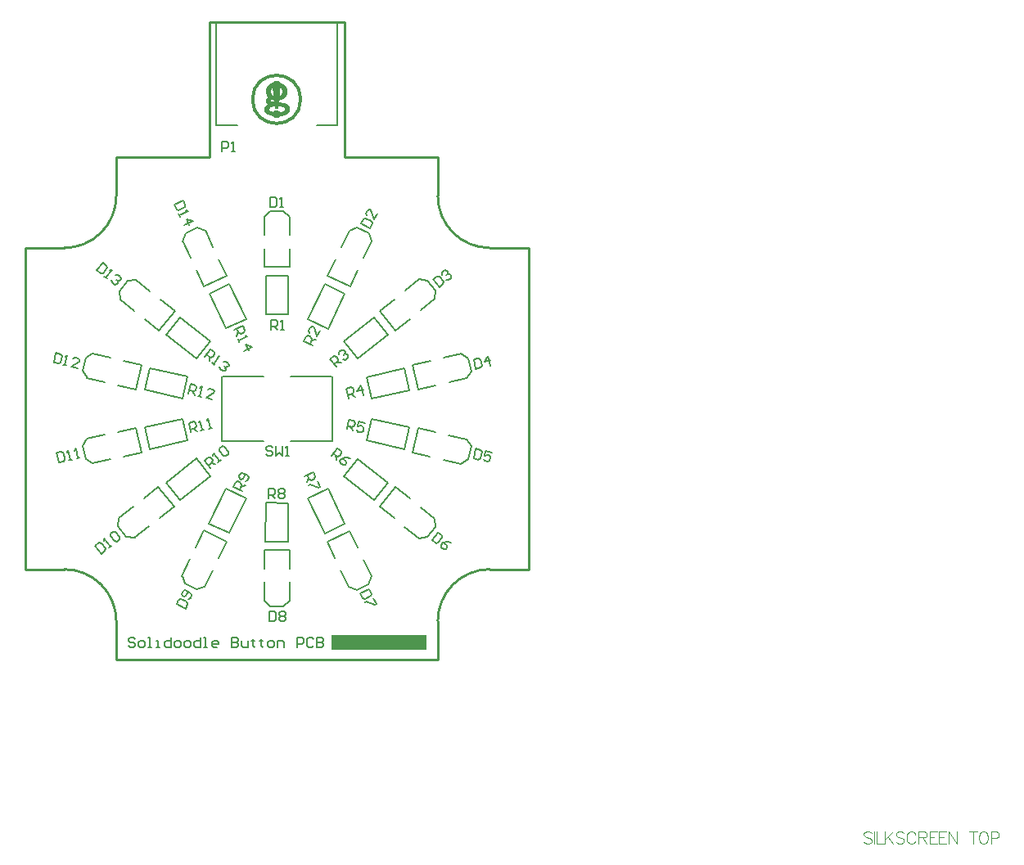
<source format=gto>
%FSLAX24Y24*%
%MOIN*%
G70*
G01*
G75*
G04 Layer_Color=65535*
%ADD10C,0.0300*%
%ADD11R,0.0650X0.2100*%
G04:AMPARAMS|DCode=12|XSize=51.2mil|YSize=59.1mil|CornerRadius=0mil|HoleSize=0mil|Usage=FLASHONLY|Rotation=192.850|XOffset=0mil|YOffset=0mil|HoleType=Round|Shape=Rectangle|*
%AMROTATEDRECTD12*
4,1,4,0.0184,0.0345,0.0315,-0.0231,-0.0184,-0.0345,-0.0315,0.0231,0.0184,0.0345,0.0*
%
%ADD12ROTATEDRECTD12*%

G04:AMPARAMS|DCode=13|XSize=51.2mil|YSize=59.1mil|CornerRadius=0mil|HoleSize=0mil|Usage=FLASHONLY|Rotation=321.250|XOffset=0mil|YOffset=0mil|HoleType=Round|Shape=Rectangle|*
%AMROTATEDRECTD13*
4,1,4,-0.0384,-0.0070,-0.0015,0.0390,0.0384,0.0070,0.0015,-0.0390,-0.0384,-0.0070,0.0*
%
%ADD13ROTATEDRECTD13*%

G04:AMPARAMS|DCode=14|XSize=51.2mil|YSize=59.1mil|CornerRadius=0mil|HoleSize=0mil|Usage=FLASHONLY|Rotation=346.950|XOffset=0mil|YOffset=0mil|HoleType=Round|Shape=Rectangle|*
%AMROTATEDRECTD14*
4,1,4,-0.0316,-0.0230,-0.0183,0.0345,0.0316,0.0230,0.0183,-0.0345,-0.0316,-0.0230,0.0*
%
%ADD14ROTATEDRECTD14*%

G04:AMPARAMS|DCode=15|XSize=51.2mil|YSize=59.1mil|CornerRadius=0mil|HoleSize=0mil|Usage=FLASHONLY|Rotation=64.250|XOffset=0mil|YOffset=0mil|HoleType=Round|Shape=Rectangle|*
%AMROTATEDRECTD15*
4,1,4,0.0155,-0.0359,-0.0377,-0.0102,-0.0155,0.0359,0.0377,0.0102,0.0155,-0.0359,0.0*
%
%ADD15ROTATEDRECTD15*%

%ADD16R,0.0591X0.0512*%
G04:AMPARAMS|DCode=17|XSize=63mil|YSize=70.9mil|CornerRadius=0mil|HoleSize=0mil|Usage=FLASHONLY|Rotation=141.250|XOffset=0mil|YOffset=0mil|HoleType=Round|Shape=Rectangle|*
%AMROTATEDRECTD17*
4,1,4,0.0467,0.0079,0.0024,-0.0473,-0.0467,-0.0079,-0.0024,0.0473,0.0467,0.0079,0.0*
%
%ADD17ROTATEDRECTD17*%

G04:AMPARAMS|DCode=18|XSize=63mil|YSize=70.9mil|CornerRadius=0mil|HoleSize=0mil|Usage=FLASHONLY|Rotation=166.950|XOffset=0mil|YOffset=0mil|HoleType=Round|Shape=Rectangle|*
%AMROTATEDRECTD18*
4,1,4,0.0387,0.0274,0.0227,-0.0416,-0.0387,-0.0274,-0.0227,0.0416,0.0387,0.0274,0.0*
%
%ADD18ROTATEDRECTD18*%

G04:AMPARAMS|DCode=19|XSize=63mil|YSize=70.9mil|CornerRadius=0mil|HoleSize=0mil|Usage=FLASHONLY|Rotation=192.850|XOffset=0mil|YOffset=0mil|HoleType=Round|Shape=Rectangle|*
%AMROTATEDRECTD19*
4,1,4,0.0228,0.0416,0.0386,-0.0275,-0.0228,-0.0416,-0.0386,0.0275,0.0228,0.0416,0.0*
%
%ADD19ROTATEDRECTD19*%

G04:AMPARAMS|DCode=20|XSize=63mil|YSize=70.9mil|CornerRadius=0mil|HoleSize=0mil|Usage=FLASHONLY|Rotation=218.550|XOffset=0mil|YOffset=0mil|HoleType=Round|Shape=Rectangle|*
%AMROTATEDRECTD20*
4,1,4,0.0026,0.0473,0.0467,-0.0081,-0.0026,-0.0473,-0.0467,0.0081,0.0026,0.0473,0.0*
%
%ADD20ROTATEDRECTD20*%

G04:AMPARAMS|DCode=21|XSize=63mil|YSize=70.9mil|CornerRadius=0mil|HoleSize=0mil|Usage=FLASHONLY|Rotation=244.100|XOffset=0mil|YOffset=0mil|HoleType=Round|Shape=Rectangle|*
%AMROTATEDRECTD21*
4,1,4,-0.0181,0.0438,0.0456,0.0129,0.0181,-0.0438,-0.0456,-0.0129,-0.0181,0.0438,0.0*
%
%ADD21ROTATEDRECTD21*%

G04:AMPARAMS|DCode=22|XSize=63mil|YSize=70.9mil|CornerRadius=0mil|HoleSize=0mil|Usage=FLASHONLY|Rotation=269.850|XOffset=0mil|YOffset=0mil|HoleType=Round|Shape=Rectangle|*
%AMROTATEDRECTD22*
4,1,4,-0.0354,0.0316,0.0355,0.0314,0.0354,-0.0316,-0.0355,-0.0314,-0.0354,0.0316,0.0*
%
%ADD22ROTATEDRECTD22*%

G04:AMPARAMS|DCode=23|XSize=63mil|YSize=70.9mil|CornerRadius=0mil|HoleSize=0mil|Usage=FLASHONLY|Rotation=295.550|XOffset=0mil|YOffset=0mil|HoleType=Round|Shape=Rectangle|*
%AMROTATEDRECTD23*
4,1,4,-0.0456,0.0131,0.0184,0.0437,0.0456,-0.0131,-0.0184,-0.0437,-0.0456,0.0131,0.0*
%
%ADD23ROTATEDRECTD23*%

%ADD24R,0.1260X0.0394*%
%ADD25R,0.1260X0.0394*%
G04:AMPARAMS|DCode=26|XSize=51.2mil|YSize=59.1mil|CornerRadius=0mil|HoleSize=0mil|Usage=FLASHONLY|Rotation=38.550|XOffset=0mil|YOffset=0mil|HoleType=Round|Shape=Rectangle|*
%AMROTATEDRECTD26*
4,1,4,-0.0016,-0.0390,-0.0384,0.0071,0.0016,0.0390,0.0384,-0.0071,-0.0016,-0.0390,0.0*
%
%ADD26ROTATEDRECTD26*%

G04:AMPARAMS|DCode=27|XSize=51.2mil|YSize=59.1mil|CornerRadius=0mil|HoleSize=0mil|Usage=FLASHONLY|Rotation=295.550|XOffset=0mil|YOffset=0mil|HoleType=Round|Shape=Rectangle|*
%AMROTATEDRECTD27*
4,1,4,-0.0377,0.0104,0.0156,0.0358,0.0377,-0.0104,-0.0156,-0.0358,-0.0377,0.0104,0.0*
%
%ADD27ROTATEDRECTD27*%

G04:AMPARAMS|DCode=28|XSize=51.2mil|YSize=59.1mil|CornerRadius=0mil|HoleSize=0mil|Usage=FLASHONLY|Rotation=115.150|XOffset=0mil|YOffset=0mil|HoleType=Round|Shape=Rectangle|*
%AMROTATEDRECTD28*
4,1,4,0.0376,-0.0106,-0.0159,-0.0357,-0.0376,0.0106,0.0159,0.0357,0.0376,-0.0106,0.0*
%
%ADD28ROTATEDRECTD28*%

G04:AMPARAMS|DCode=29|XSize=63mil|YSize=70.9mil|CornerRadius=0mil|HoleSize=0mil|Usage=FLASHONLY|Rotation=115.150|XOffset=0mil|YOffset=0mil|HoleType=Round|Shape=Rectangle|*
%AMROTATEDRECTD29*
4,1,4,0.0455,-0.0135,-0.0187,-0.0436,-0.0455,0.0135,0.0187,0.0436,0.0455,-0.0135,0.0*
%
%ADD29ROTATEDRECTD29*%

%ADD30C,0.0200*%
%ADD31C,0.0049*%
%ADD32C,0.0100*%
%ADD33C,0.1400*%
%ADD34C,0.0079*%
%ADD35C,0.0098*%
%ADD36C,0.0010*%
%ADD37C,0.0080*%
%ADD38C,0.0039*%
%ADD39C,0.0120*%
%ADD40R,0.3900X0.0630*%
D31*
X30764Y-7068D02*
X30717Y-7021D01*
X30647Y-6998D01*
X30553D01*
X30483Y-7021D01*
X30436Y-7068D01*
Y-7115D01*
X30459Y-7162D01*
X30483Y-7185D01*
X30530Y-7208D01*
X30670Y-7255D01*
X30717Y-7279D01*
X30740Y-7302D01*
X30764Y-7349D01*
Y-7419D01*
X30717Y-7466D01*
X30647Y-7490D01*
X30553D01*
X30483Y-7466D01*
X30436Y-7419D01*
X30874Y-6998D02*
Y-7490D01*
X30977Y-6998D02*
Y-7490D01*
X31258D01*
X31312Y-6998D02*
Y-7490D01*
X31640Y-6998D02*
X31312Y-7326D01*
X31429Y-7208D02*
X31640Y-7490D01*
X32078Y-7068D02*
X32031Y-7021D01*
X31961Y-6998D01*
X31867D01*
X31797Y-7021D01*
X31750Y-7068D01*
Y-7115D01*
X31774Y-7162D01*
X31797Y-7185D01*
X31844Y-7208D01*
X31985Y-7255D01*
X32031Y-7279D01*
X32055Y-7302D01*
X32078Y-7349D01*
Y-7419D01*
X32031Y-7466D01*
X31961Y-7490D01*
X31867D01*
X31797Y-7466D01*
X31750Y-7419D01*
X32540Y-7115D02*
X32516Y-7068D01*
X32470Y-7021D01*
X32423Y-6998D01*
X32329D01*
X32282Y-7021D01*
X32235Y-7068D01*
X32212Y-7115D01*
X32188Y-7185D01*
Y-7302D01*
X32212Y-7372D01*
X32235Y-7419D01*
X32282Y-7466D01*
X32329Y-7490D01*
X32423D01*
X32470Y-7466D01*
X32516Y-7419D01*
X32540Y-7372D01*
X32678Y-6998D02*
Y-7490D01*
Y-6998D02*
X32889D01*
X32959Y-7021D01*
X32983Y-7044D01*
X33006Y-7091D01*
Y-7138D01*
X32983Y-7185D01*
X32959Y-7208D01*
X32889Y-7232D01*
X32678D01*
X32842D02*
X33006Y-7490D01*
X33421Y-6998D02*
X33116D01*
Y-7490D01*
X33421D01*
X33116Y-7232D02*
X33304D01*
X33807Y-6998D02*
X33503D01*
Y-7490D01*
X33807D01*
X33503Y-7232D02*
X33690D01*
X33889Y-6998D02*
Y-7490D01*
Y-6998D02*
X34217Y-7490D01*
Y-6998D02*
Y-7490D01*
X34904Y-6998D02*
Y-7490D01*
X34740Y-6998D02*
X35068D01*
X35267D02*
X35220Y-7021D01*
X35173Y-7068D01*
X35150Y-7115D01*
X35126Y-7185D01*
Y-7302D01*
X35150Y-7372D01*
X35173Y-7419D01*
X35220Y-7466D01*
X35267Y-7490D01*
X35361D01*
X35408Y-7466D01*
X35454Y-7419D01*
X35478Y-7372D01*
X35501Y-7302D01*
Y-7185D01*
X35478Y-7115D01*
X35454Y-7068D01*
X35408Y-7021D01*
X35361Y-6998D01*
X35267D01*
X35616Y-7255D02*
X35827D01*
X35897Y-7232D01*
X35921Y-7208D01*
X35944Y-7162D01*
Y-7091D01*
X35921Y-7044D01*
X35897Y-7021D01*
X35827Y-6998D01*
X35616D01*
Y-7490D01*
D32*
X13091Y18902D02*
G03*
X15209Y16783I2118J0D01*
G01*
X-2118D02*
G03*
X-0Y18902I0J2118D01*
G01*
X0Y1575D02*
G03*
X-2118Y3693I-2118J0D01*
G01*
X15209D02*
G03*
X13091Y1575I0J-2118D01*
G01*
X9301Y20476D02*
Y25988D01*
X3789Y20476D02*
Y25988D01*
X9301Y20476D02*
X13091D01*
X-0D02*
X3789D01*
X15209Y16783D02*
X16783D01*
X13091Y18902D02*
Y20476D01*
X-0Y18902D02*
Y20476D01*
X-3693Y16783D02*
X-2118D01*
X-3693D02*
X-3693Y3693D01*
X-2118D01*
X0Y0D02*
Y1575D01*
X13091Y0D02*
Y1575D01*
X15209Y3693D02*
X16783D01*
X3789Y25988D02*
X9301D01*
X16783Y3693D02*
X16783Y16783D01*
X0Y0D02*
X13091D01*
D34*
X1365Y8595D02*
X2901Y8945D01*
X1164Y9478D02*
X1365Y8595D01*
X1164Y9478D02*
X2699Y9828D01*
X2901Y8945D01*
X9828Y8196D02*
X11056Y7210D01*
X10489Y6504D02*
X11056Y7210D01*
X9261Y7490D02*
X10489Y6504D01*
X9261Y7490D02*
X9828Y8196D01*
X10388Y9822D02*
X11922Y9467D01*
X11717Y8585D02*
X11922Y9467D01*
X10183Y8940D02*
X11717Y8585D01*
X10183Y8940D02*
X10388Y9822D01*
X7807Y13889D02*
X8491Y15307D01*
X9307Y14914D01*
X8622Y13495D02*
X9307Y14914D01*
X7807Y13889D02*
X8622Y13495D01*
X6091Y15650D02*
X6091Y14075D01*
X6091Y15650D02*
X6996D01*
X6996Y14075D01*
X6091D02*
X6996D01*
X116Y15028D02*
X454Y15449D01*
X149Y14691D02*
X732Y14223D01*
X789Y15490D02*
X1373Y15021D01*
X1803Y14676D02*
X2386Y14208D01*
X1745Y13410D02*
X2386Y14208D01*
X1162Y13878D02*
X1745Y13410D01*
X-1365Y11774D02*
X-1243Y12300D01*
X-1189Y11485D02*
X-461Y11316D01*
X-958Y12482D02*
X-230Y12313D01*
X307Y12189D02*
X1036Y12020D01*
X805Y11023D02*
X1036Y12020D01*
X76Y11192D02*
X805Y11023D01*
X-1368Y8715D02*
X-1248Y8188D01*
X-963Y8005D02*
X-234Y8171D01*
X-1191Y9003D02*
X-462Y9169D01*
X76Y9292D02*
X805Y9458D01*
X1033Y8460D01*
X303Y8294D02*
X1033Y8460D01*
X75Y5434D02*
X411Y5012D01*
X747Y4970D02*
X1332Y5437D01*
X109Y5771D02*
X694Y6237D01*
X1125Y6581D02*
X1710Y7047D01*
X2348Y6246D01*
X1763Y5780D02*
X2348Y6246D01*
X2794Y3106D02*
X3280Y2870D01*
X3601Y2977D02*
X3928Y3650D01*
X2680Y3425D02*
X3007Y4098D01*
X3247Y4593D02*
X3574Y5266D01*
X4495Y4819D01*
X4168Y4146D02*
X4495Y4819D01*
X6270Y2186D02*
X6810Y2184D01*
X7052Y2420D02*
X7054Y3168D01*
X6029Y2423D02*
X6031Y3171D01*
X6032Y3722D02*
X6034Y4470D01*
X7058Y4467D01*
X7056Y3719D02*
X7058Y4467D01*
X9788Y2863D02*
X10275Y3096D01*
X10069Y4089D02*
X10392Y3414D01*
X9146Y3647D02*
X9468Y2972D01*
X8585Y4819D02*
X8908Y4145D01*
X8585Y4819D02*
X9509Y5261D01*
X9831Y4586D01*
X12665Y5000D02*
X13003Y5421D01*
X12386Y6226D02*
X12970Y5758D01*
X11745Y5428D02*
X12329Y4959D01*
X10732Y6241D02*
X11316Y5773D01*
X10732Y6241D02*
X11373Y7039D01*
X11956Y6571D01*
X14330Y8173D02*
X14452Y8699D01*
X13547Y9156D02*
X14276Y8988D01*
X13316Y8159D02*
X14045Y7990D01*
X12050Y8453D02*
X12779Y8284D01*
X12050Y8453D02*
X12282Y9450D01*
X13010Y9281D01*
X14334Y12284D02*
X14454Y11758D01*
X13321Y12301D02*
X14050Y12467D01*
X13548Y11303D02*
X14278Y11469D01*
X12282Y11014D02*
X13011Y11181D01*
X12054Y12012D02*
X12282Y11014D01*
X12054Y12012D02*
X12783Y12179D01*
X12675Y15460D02*
X13012Y15038D01*
X11755Y15036D02*
X12340Y15502D01*
X12393Y14235D02*
X12978Y14702D01*
X11377Y13426D02*
X11962Y13892D01*
X10739Y14226D02*
X11377Y13426D01*
X10739Y14226D02*
X11324Y14692D01*
X9803Y17603D02*
X10290Y17368D01*
X9158Y16821D02*
X9483Y17495D01*
X10080Y16376D02*
X10405Y17050D01*
X9515Y15206D02*
X9840Y15880D01*
X8593Y15651D02*
X9515Y15206D01*
X8593Y15651D02*
X8918Y16325D01*
X6273Y18288D02*
X6813D01*
X6032Y18051D02*
X6032Y17303D01*
X7055D02*
Y18051D01*
Y16752D02*
X7055Y16004D01*
X6032D02*
X7055D01*
X6032D02*
Y16752D01*
X4305Y8929D02*
X5992Y8929D01*
X4315Y11549D02*
X5995D01*
X4305Y8929D02*
Y11549D01*
X8782Y8929D02*
Y11549D01*
X7092D02*
X8772D01*
X7094Y8929D02*
X8782D01*
X9266Y12979D02*
X10497Y13961D01*
X11062Y13253D01*
X9830Y12271D02*
X11062Y13253D01*
X9266Y12979D02*
X9830Y12271D01*
X10186Y11527D02*
X11721Y11878D01*
X11923Y10995D01*
X10387Y10645D02*
X11923Y10995D01*
X10186Y11527D02*
X10387Y10645D01*
X2589Y6512D02*
X3821Y7493D01*
X2025Y7220D02*
X2589Y6512D01*
X2025Y7220D02*
X3257Y8201D01*
X3821Y7493D01*
X1165Y11006D02*
X2699Y10650D01*
X1165Y11006D02*
X1369Y11888D01*
X2903Y11532D01*
X2699Y10650D02*
X2903Y11532D01*
X2047Y13251D02*
X3275Y12265D01*
X2047Y13251D02*
X2613Y13957D01*
X3841Y12971D01*
X3275Y12265D02*
X3841Y12971D01*
X6986Y4822D02*
X6990Y6396D01*
X6080Y4824D02*
X6986Y4822D01*
X6080Y4824D02*
X6085Y6399D01*
X6990Y6396D01*
X8618Y6974D02*
X9297Y5553D01*
X8481Y5162D02*
X9297Y5553D01*
X7801Y6583D02*
X8481Y5162D01*
X7801Y6583D02*
X8618Y6974D01*
X4593Y5165D02*
X5281Y6582D01*
X3779Y5561D02*
X4593Y5165D01*
X3779Y5561D02*
X4467Y6977D01*
X5281Y6582D01*
X3793Y14925D02*
X4462Y13499D01*
X3793Y14925D02*
X4612Y15310D01*
X5282Y13884D01*
X4462Y13499D02*
X5282Y13884D01*
X2818Y17382D02*
X3307Y17611D01*
X2700Y17065D02*
X3018Y16388D01*
X3626Y17500D02*
X3944Y16823D01*
X4179Y16324D02*
X4496Y15647D01*
X3570Y15212D02*
X4496Y15647D01*
X3252Y15889D02*
X3570Y15212D01*
D36*
X6454Y22102D02*
X6554D01*
X6434Y22111D02*
X6574D01*
X6414Y22122D02*
X6594D01*
X6404Y22132D02*
X6604D01*
X6394Y22141D02*
X6614D01*
X6384Y22152D02*
X6624D01*
X6384Y22162D02*
X6634D01*
X6374Y22171D02*
X6634D01*
X6374Y22181D02*
X6694D01*
X6324Y22192D02*
X6754D01*
X6274Y22201D02*
X6804D01*
X6244Y22211D02*
X6834D01*
X6214Y22222D02*
X6864D01*
X6194Y22232D02*
X6884D01*
X6164Y22241D02*
X6904D01*
X6154Y22252D02*
X6914D01*
X6134Y22262D02*
X6934D01*
X6124Y22271D02*
X6944D01*
X6104Y22281D02*
X6964D01*
X6094Y22292D02*
X6974D01*
X6084Y22301D02*
X6984D01*
X6654Y22311D02*
X6994D01*
X6074D02*
X6634D01*
X6724Y22322D02*
X6994D01*
X6384D02*
X6624D01*
X6064D02*
X6374D01*
X6764Y22332D02*
X7004D01*
X6394D02*
X6624D01*
X6064D02*
X6324D01*
X6784Y22341D02*
X7014D01*
X6404D02*
X6614D01*
X6054D02*
X6294D01*
X6804Y22352D02*
X7014D01*
X6414D02*
X6604D01*
X6054D02*
X6264D01*
X6824Y22362D02*
X7024D01*
X6424D02*
X6594D01*
X6044D02*
X6244D01*
X6834Y22371D02*
X7024D01*
X6444D02*
X6574D01*
X6044D02*
X6234D01*
X6844Y22381D02*
X7024D01*
X6474D02*
X6544D01*
X6034D02*
X6214D01*
X6854Y22392D02*
X7034D01*
X6034D02*
X6214D01*
X6854Y22401D02*
X7034D01*
X6034D02*
X6204D01*
X6864Y22411D02*
X7034D01*
X6034D02*
X6194D01*
X6864Y22422D02*
X7034D01*
X6034D02*
X6194D01*
X6864Y22431D02*
X7034D01*
X6034D02*
X6194D01*
X6874Y22441D02*
X7034D01*
X6034D02*
X6194D01*
X6874Y22452D02*
X7034D01*
X6034D02*
X6194D01*
X6874Y22462D02*
X7034D01*
X6034D02*
X6194D01*
X6864Y22471D02*
X7034D01*
X6034D02*
X6204D01*
X6864Y22482D02*
X7034D01*
X6034D02*
X6204D01*
X6864Y22492D02*
X7034D01*
X6464D02*
X6554D01*
X6034D02*
X6214D01*
X6854Y22501D02*
X7034D01*
X6454D02*
X6554D01*
X6044D02*
X6214D01*
X6844Y22511D02*
X7024D01*
X6454D02*
X6554D01*
X6044D02*
X6224D01*
X6834Y22522D02*
X7024D01*
X6454D02*
X6554D01*
X6044D02*
X6244D01*
X6814Y22531D02*
X7024D01*
X6454D02*
X6554D01*
X6054D02*
X6254D01*
X6794Y22541D02*
X7014D01*
X6454D02*
X6554D01*
X6054D02*
X6274D01*
X6764Y22552D02*
X7014D01*
X6454D02*
X6564D01*
X6064D02*
X6294D01*
X6724Y22562D02*
X7004D01*
X6454D02*
X6564D01*
X6074D02*
X6324D01*
X6664Y22571D02*
X7004D01*
X6454D02*
X6564D01*
X6084D02*
X6354D01*
X6444Y22582D02*
X6994D01*
X6094D02*
X6434D01*
X6104Y22592D02*
X6984D01*
X6114Y22601D02*
X6974D01*
X6124Y22611D02*
X6964D01*
X6144Y22622D02*
X6954D01*
X6164Y22631D02*
X6934D01*
X6184Y22641D02*
X6924D01*
X6174Y22652D02*
X6904D01*
X6154Y22661D02*
X6874D01*
X6144Y22671D02*
X6854D01*
X6134Y22682D02*
X6814D01*
X6124Y22692D02*
X6764D01*
X6114Y22701D02*
X6694D01*
X6104Y22712D02*
X6604D01*
X6104Y22722D02*
X6584D01*
X6434Y22731D02*
X6584D01*
X6104D02*
X6404D01*
X6434Y22741D02*
X6584D01*
X6094D02*
X6334D01*
X6434Y22752D02*
X6584D01*
X6094D02*
X6294D01*
X6434Y22761D02*
X6584D01*
X6094D02*
X6274D01*
X6434Y22771D02*
X6584D01*
X6094D02*
X6254D01*
X6434Y22782D02*
X6584D01*
X6094D02*
X6254D01*
X6434Y22792D02*
X6584D01*
X6094D02*
X6254D01*
X6434Y22801D02*
X6584D01*
X6094D02*
X6254D01*
X6434Y22812D02*
X6594D01*
X6094D02*
X6264D01*
X6394Y22822D02*
X6644D01*
X6104D02*
X6274D01*
X6354Y22831D02*
X6674D01*
X6104D02*
X6294D01*
X6324Y22841D02*
X6704D01*
X6114D02*
X6304D01*
X6114Y22852D02*
X6724D01*
X6124Y22861D02*
X6744D01*
X6134Y22871D02*
X6764D01*
X6144Y22882D02*
X6784D01*
X6154Y22891D02*
X6794D01*
X6164Y22901D02*
X6804D01*
X6174Y22912D02*
X6814D01*
X6184Y22922D02*
X6824D01*
X6194Y22931D02*
X6834D01*
X6184Y22942D02*
X6844D01*
X6174Y22952D02*
X6854D01*
X6614Y22961D02*
X6864D01*
X6414D02*
X6604D01*
X6164D02*
X6404D01*
X6634Y22971D02*
X6874D01*
X6414D02*
X6604D01*
X6154D02*
X6374D01*
X6654Y22982D02*
X6874D01*
X6414D02*
X6614D01*
X6154D02*
X6364D01*
X6674Y22991D02*
X6884D01*
X6404D02*
X6614D01*
X6144D02*
X6344D01*
X6694Y23001D02*
X6894D01*
X6404D02*
X6614D01*
X6134D02*
X6334D01*
X6704Y23012D02*
X6894D01*
X6404D02*
X6614D01*
X6134D02*
X6324D01*
X6714Y23022D02*
X6904D01*
X6404D02*
X6614D01*
X6124D02*
X6314D01*
X6724Y23031D02*
X6904D01*
X6404D02*
X6614D01*
X6124D02*
X6304D01*
X6734Y23042D02*
X6914D01*
X6404D02*
X6614D01*
X6114D02*
X6294D01*
X6734Y23052D02*
X6914D01*
X6404D02*
X6614D01*
X6114D02*
X6294D01*
X6744Y23061D02*
X6914D01*
X6394D02*
X6614D01*
X6114D02*
X6284D01*
X6744Y23071D02*
X6924D01*
X6394D02*
X6624D01*
X6104D02*
X6284D01*
X6754Y23082D02*
X6924D01*
X6394D02*
X6624D01*
X6104D02*
X6274D01*
X6754Y23091D02*
X6924D01*
X6394D02*
X6624D01*
X6104D02*
X6274D01*
X6754Y23101D02*
X6924D01*
X6394D02*
X6624D01*
X6094D02*
X6274D01*
X6764Y23112D02*
X6934D01*
X6394D02*
X6624D01*
X6094D02*
X6264D01*
X6764Y23122D02*
X6934D01*
X6394D02*
X6624D01*
X6094D02*
X6264D01*
X6764Y23131D02*
X6934D01*
X6394D02*
X6624D01*
X6094D02*
X6264D01*
X6764Y23142D02*
X6934D01*
X6384D02*
X6624D01*
X6094D02*
X6264D01*
X6764Y23152D02*
X6934D01*
X6384D02*
X6634D01*
X6094D02*
X6264D01*
X6764Y23161D02*
X6934D01*
X6384D02*
X6634D01*
X6094D02*
X6264D01*
X6764Y23172D02*
X6934D01*
X6384D02*
X6634D01*
X6094D02*
X6264D01*
X6764Y23182D02*
X6934D01*
X6384D02*
X6634D01*
X6094D02*
X6264D01*
X6764Y23191D02*
X6934D01*
X6384D02*
X6634D01*
X6094D02*
X6264D01*
X6764Y23201D02*
X6934D01*
X6384D02*
X6634D01*
X6094D02*
X6264D01*
X6754Y23212D02*
X6934D01*
X6374D02*
X6634D01*
X6094D02*
X6264D01*
X6754Y23221D02*
X6934D01*
X6374D02*
X6634D01*
X6094D02*
X6264D01*
X6754Y23231D02*
X6924D01*
X6374D02*
X6634D01*
X6094D02*
X6274D01*
X6744Y23242D02*
X6924D01*
X6374D02*
X6644D01*
X6104D02*
X6274D01*
X6744Y23252D02*
X6924D01*
X6374D02*
X6644D01*
X6104D02*
X6274D01*
X6744Y23261D02*
X6924D01*
X6374D02*
X6644D01*
X6104D02*
X6284D01*
X6734Y23272D02*
X6914D01*
X6374D02*
X6644D01*
X6104D02*
X6284D01*
X6724Y23282D02*
X6914D01*
X6374D02*
X6644D01*
X6114D02*
X6294D01*
X6724Y23291D02*
X6914D01*
X6364D02*
X6644D01*
X6114D02*
X6304D01*
X6714Y23301D02*
X6904D01*
X6364D02*
X6644D01*
X6114D02*
X6304D01*
X6704Y23312D02*
X6904D01*
X6364D02*
X6644D01*
X6124D02*
X6314D01*
X6694Y23321D02*
X6894D01*
X6364D02*
X6654D01*
X6124D02*
X6324D01*
X6684Y23331D02*
X6894D01*
X6364D02*
X6654D01*
X6134D02*
X6334D01*
X6674Y23342D02*
X6884D01*
X6364D02*
X6654D01*
X6144D02*
X6354D01*
X6144Y23352D02*
X6884D01*
X6154Y23361D02*
X6874D01*
X6164Y23372D02*
X6864D01*
X6174Y23382D02*
X6854D01*
X6174Y23391D02*
X6854D01*
X6184Y23402D02*
X6844D01*
X6194Y23412D02*
X6834D01*
X6204Y23421D02*
X6824D01*
X6224Y23431D02*
X6804D01*
X6234Y23442D02*
X6794D01*
X6244Y23451D02*
X6774D01*
X6264Y23461D02*
X6764D01*
X6274Y23472D02*
X6744D01*
X6294Y23482D02*
X6724D01*
X6324Y23491D02*
X6694D01*
X6344Y23502D02*
X6664D01*
X6384Y23512D02*
X6634D01*
X6384Y23521D02*
X6634D01*
X6394Y23531D02*
X6624D01*
X6394Y23542D02*
X6614D01*
X6404Y23551D02*
X6614D01*
X6414Y23561D02*
X6604D01*
X6424Y23572D02*
X6594D01*
X6444Y23582D02*
X6574D01*
X6464Y23591D02*
X6554D01*
D37*
X9013Y21771D02*
Y25991D01*
X4073Y25990D02*
X9003D01*
X8173Y21771D02*
X9003D01*
X4073D02*
X4923D01*
X4073D02*
Y25991D01*
X116Y15028D02*
X153Y14690D01*
X454Y15449D02*
X791Y15486D01*
X-1365Y11774D02*
X-1185Y11486D01*
X-1243Y12300D02*
X-955Y12480D01*
X-1248Y8188D02*
X-960Y8008D01*
X-1368Y8715D02*
X-1187Y9002D01*
X411Y5012D02*
X748Y4974D01*
X75Y5434D02*
X113Y5772D01*
X3280Y2870D02*
X3601Y2982D01*
X2683Y3427D02*
X2794Y3106D01*
X6810Y2184D02*
X7051Y2424D01*
X6031Y2426D02*
X6270Y2186D01*
X10275Y3096D02*
X10388Y3416D01*
X9468Y2977D02*
X9788Y2863D01*
X12966Y5759D02*
X13003Y5421D01*
X12327Y4963D02*
X12665Y5000D01*
X14272Y8987D02*
X14452Y8699D01*
X14042Y7993D02*
X14330Y8173D01*
X14047Y12465D02*
X14334Y12284D01*
X14274Y11470D02*
X14454Y11758D01*
X12338Y15498D02*
X12675Y15460D01*
X12974Y14701D02*
X13012Y15038D01*
X9483Y17491D02*
X9803Y17603D01*
X10290Y17368D02*
X10402Y17048D01*
X6033Y18048D02*
X6273Y18288D01*
X6813D02*
X7053Y18048D01*
X2703Y17062D02*
X2818Y17382D01*
X3307Y17611D02*
X3626Y17496D01*
X6367Y8633D02*
X6300Y8700D01*
X6167D01*
X6100Y8633D01*
Y8567D01*
X6167Y8500D01*
X6300D01*
X6367Y8433D01*
Y8367D01*
X6300Y8300D01*
X6167D01*
X6100Y8367D01*
X6500Y8700D02*
Y8300D01*
X6633Y8433D01*
X6766Y8300D01*
Y8700D01*
X6900Y8300D02*
X7033D01*
X6966D01*
Y8700D01*
X6900Y8633D01*
X6280Y18835D02*
Y18435D01*
X6479D01*
X6546Y18502D01*
Y18768D01*
X6479Y18835D01*
X6280D01*
X6679Y18435D02*
X6813D01*
X6746D01*
Y18835D01*
X6679Y18768D01*
X9969Y17769D02*
X10329Y17595D01*
X10416Y17775D01*
X10385Y17864D01*
X10144Y17980D01*
X10055Y17949D01*
X9969Y17769D01*
X10618Y18195D02*
X10502Y17955D01*
X10378Y18311D01*
X10318Y18340D01*
X10229Y18309D01*
X10171Y18189D01*
X10202Y18100D01*
X12903Y15497D02*
X13152Y15185D01*
X13308Y15309D01*
X13319Y15403D01*
X13153Y15611D01*
X13059Y15622D01*
X12903Y15497D01*
X13257Y15695D02*
X13268Y15788D01*
X13372Y15871D01*
X13465Y15861D01*
X13507Y15809D01*
X13496Y15715D01*
X13444Y15673D01*
X13496Y15715D01*
X13590Y15704D01*
X13632Y15652D01*
X13621Y15559D01*
X13517Y15475D01*
X13423Y15486D01*
X14550Y12250D02*
X14639Y11860D01*
X14834Y11905D01*
X14884Y11985D01*
X14825Y12245D01*
X14745Y12295D01*
X14550Y12250D01*
X15224Y11994D02*
X15135Y12384D01*
X14984Y12144D01*
X15244Y12204D01*
X14639Y8597D02*
X14549Y8208D01*
X14743Y8163D01*
X14823Y8213D01*
X14884Y8472D01*
X14834Y8552D01*
X14639Y8597D01*
X15288Y8447D02*
X15029Y8507D01*
X14983Y8312D01*
X15128Y8347D01*
X15193Y8332D01*
X15243Y8252D01*
X15213Y8122D01*
X15133Y8072D01*
X15003Y8102D01*
X14953Y8182D01*
X13112Y5196D02*
X12862Y4885D01*
X13018Y4759D01*
X13111Y4770D01*
X13278Y4978D01*
X13268Y5071D01*
X13112Y5196D01*
X13632Y4779D02*
X13486Y4811D01*
X13299Y4790D01*
X13215Y4686D01*
X13225Y4593D01*
X13329Y4509D01*
X13423Y4519D01*
X13465Y4571D01*
X13455Y4665D01*
X13299Y4790D01*
X10308Y2872D02*
X9947Y2699D01*
X10033Y2519D01*
X10122Y2487D01*
X10363Y2602D01*
X10394Y2691D01*
X10308Y2872D01*
X10480Y2511D02*
X10595Y2270D01*
X10535Y2242D01*
X10180Y2367D01*
X10120Y2338D01*
X6226Y1975D02*
X6220Y1575D01*
X6420Y1572D01*
X6488Y1638D01*
X6492Y1904D01*
X6426Y1972D01*
X6226Y1975D01*
X6625Y1902D02*
X6693Y1968D01*
X6826Y1966D01*
X6892Y1899D01*
X6891Y1832D01*
X6823Y1766D01*
X6889Y1699D01*
X6888Y1632D01*
X6820Y1566D01*
X6687Y1568D01*
X6621Y1636D01*
X6622Y1702D01*
X6690Y1768D01*
X6624Y1836D01*
X6625Y1902D01*
X6690Y1768D02*
X6823Y1766D01*
X2455Y2271D02*
X2815Y2096D01*
X2902Y2276D01*
X2872Y2365D01*
X2632Y2482D01*
X2543Y2451D01*
X2455Y2271D01*
X2930Y2485D02*
X3019Y2516D01*
X3077Y2636D01*
X3047Y2725D01*
X2807Y2842D01*
X2718Y2811D01*
X2660Y2691D01*
X2690Y2602D01*
X2750Y2573D01*
X2839Y2603D01*
X2927Y2783D01*
X-859Y4639D02*
X-610Y4326D01*
X-454Y4451D01*
X-443Y4545D01*
X-609Y4753D01*
X-703Y4764D01*
X-859Y4639D01*
X-297Y4576D02*
X-193Y4659D01*
X-245Y4617D01*
X-494Y4930D01*
X-505Y4836D01*
X-244Y5044D02*
X-234Y5137D01*
X-130Y5221D01*
X-36Y5210D01*
X130Y5001D01*
X120Y4908D01*
X15Y4825D01*
X-78Y4835D01*
X-244Y5044D01*
X-2422Y8431D02*
X-2333Y8041D01*
X-2138Y8086D01*
X-2088Y8166D01*
X-2148Y8425D01*
X-2227Y8476D01*
X-2422Y8431D01*
X-1944Y8130D02*
X-1814Y8160D01*
X-1879Y8145D01*
X-1967Y8535D01*
X-2018Y8455D01*
X-1619Y8204D02*
X-1489Y8234D01*
X-1554Y8219D01*
X-1643Y8609D01*
X-1693Y8529D01*
X-2453Y12507D02*
X-2543Y12117D01*
X-2348Y12072D01*
X-2268Y12122D01*
X-2208Y12382D01*
X-2258Y12462D01*
X-2453Y12507D01*
X-2154Y12027D02*
X-2024Y11997D01*
X-2089Y12012D01*
X-1998Y12401D01*
X-2078Y12352D01*
X-1569Y11891D02*
X-1829Y11952D01*
X-1509Y12151D01*
X-1494Y12216D01*
X-1544Y12296D01*
X-1674Y12326D01*
X-1754Y12276D01*
X-550Y16182D02*
X-800Y15871D01*
X-644Y15745D01*
X-551Y15756D01*
X-384Y15964D01*
X-394Y16057D01*
X-550Y16182D01*
X-489Y15620D02*
X-385Y15537D01*
X-437Y15579D01*
X-186Y15890D01*
X-280Y15880D01*
X-20Y15672D02*
X74Y15682D01*
X178Y15598D01*
X188Y15505D01*
X146Y15453D01*
X52Y15442D01*
X0Y15484D01*
X52Y15442D01*
X63Y15349D01*
X21Y15297D01*
X-73Y15287D01*
X-177Y15370D01*
X-187Y15464D01*
X4281Y20699D02*
Y21099D01*
X4481D01*
X4548Y21032D01*
Y20899D01*
X4481Y20832D01*
X4281D01*
X4681Y20699D02*
X4815D01*
X4748D01*
Y21099D01*
X4681Y21032D01*
X6300Y13450D02*
Y13850D01*
X6500D01*
X6567Y13783D01*
Y13650D01*
X6500Y13583D01*
X6300D01*
X6433D02*
X6567Y13450D01*
X6700D02*
X6833D01*
X6767D01*
Y13850D01*
X6700Y13783D01*
X8003Y12820D02*
X7642Y12994D01*
X7729Y13174D01*
X7818Y13205D01*
X7938Y13147D01*
X7969Y13058D01*
X7883Y12878D01*
X7940Y12998D02*
X8118Y13060D01*
X8292Y13420D02*
X8176Y13180D01*
X8052Y13536D01*
X7992Y13565D01*
X7903Y13534D01*
X7845Y13414D01*
X7876Y13325D01*
X8959Y11937D02*
X8710Y12249D01*
X8866Y12374D01*
X8960Y12363D01*
X9043Y12259D01*
X9032Y12165D01*
X8876Y12041D01*
X8980Y12124D02*
X9168Y12103D01*
X9064Y12446D02*
X9075Y12540D01*
X9179Y12623D01*
X9273Y12612D01*
X9314Y12560D01*
X9304Y12467D01*
X9252Y12425D01*
X9304Y12467D01*
X9397Y12456D01*
X9439Y12404D01*
X9428Y12310D01*
X9324Y12227D01*
X9230Y12238D01*
X9464Y10663D02*
X9375Y11053D01*
X9570Y11097D01*
X9650Y11047D01*
X9680Y10917D01*
X9630Y10837D01*
X9435Y10793D01*
X9565Y10822D02*
X9724Y10722D01*
X10049Y10796D02*
X9960Y11186D01*
X9810Y10947D01*
X10070Y11006D01*
X9384Y9399D02*
X9475Y9789D01*
X9669Y9743D01*
X9719Y9663D01*
X9689Y9534D01*
X9609Y9484D01*
X9414Y9529D01*
X9544Y9499D02*
X9644Y9339D01*
X10124Y9638D02*
X9864Y9698D01*
X9819Y9503D01*
X9964Y9538D01*
X10029Y9523D01*
X10079Y9443D01*
X10049Y9313D01*
X9969Y9264D01*
X9839Y9294D01*
X9789Y9374D01*
X8755Y8315D02*
X9006Y8627D01*
X9162Y8502D01*
X9172Y8408D01*
X9089Y8304D01*
X8995Y8294D01*
X8839Y8419D01*
X8943Y8336D02*
X8963Y8149D01*
X9526Y8210D02*
X9380Y8242D01*
X9193Y8221D01*
X9109Y8117D01*
X9119Y8023D01*
X9223Y7940D01*
X9317Y7950D01*
X9359Y8002D01*
X9348Y8096D01*
X9193Y8221D01*
X7655Y7481D02*
X8015Y7654D01*
X8102Y7473D01*
X8070Y7385D01*
X7950Y7327D01*
X7861Y7358D01*
X7775Y7539D01*
X7832Y7419D02*
X7770Y7241D01*
X8188Y7293D02*
X8303Y7053D01*
X8243Y7024D01*
X7887Y7149D01*
X7827Y7121D01*
X6211Y6585D02*
X6212Y6985D01*
X6412Y6984D01*
X6478Y6917D01*
X6478Y6784D01*
X6411Y6717D01*
X6211Y6718D01*
X6344Y6717D02*
X6477Y6584D01*
X6612Y6916D02*
X6679Y6983D01*
X6812Y6982D01*
X6878Y6916D01*
X6878Y6849D01*
X6811Y6782D01*
X6878Y6716D01*
X6877Y6649D01*
X6810Y6583D01*
X6677Y6583D01*
X6611Y6650D01*
X6611Y6717D01*
X6678Y6783D01*
X6611Y6850D01*
X6612Y6916D01*
X6678Y6783D02*
X6811Y6782D01*
X5138Y6880D02*
X4779Y7056D01*
X4867Y7236D01*
X4956Y7266D01*
X5076Y7207D01*
X5106Y7118D01*
X5018Y6939D01*
X5077Y7058D02*
X5255Y7119D01*
X5254Y7268D02*
X5343Y7299D01*
X5402Y7418D01*
X5372Y7508D01*
X5132Y7625D01*
X5043Y7595D01*
X4984Y7475D01*
X5015Y7386D01*
X5075Y7356D01*
X5164Y7387D01*
X5252Y7566D01*
X3833Y7810D02*
X3584Y8123D01*
X3740Y8247D01*
X3834Y8237D01*
X3917Y8133D01*
X3907Y8039D01*
X3750Y7914D01*
X3854Y7997D02*
X4042Y7976D01*
X4146Y8059D02*
X4250Y8142D01*
X4198Y8101D01*
X3949Y8414D01*
X3938Y8320D01*
X4199Y8528D02*
X4210Y8621D01*
X4314Y8704D01*
X4407Y8694D01*
X4574Y8485D01*
X4563Y8392D01*
X4459Y8309D01*
X4365Y8319D01*
X4199Y8528D01*
X3044Y9266D02*
X2955Y9656D01*
X3150Y9700D01*
X3230Y9650D01*
X3260Y9520D01*
X3210Y9440D01*
X3015Y9396D01*
X3145Y9426D02*
X3304Y9325D01*
X3434Y9355D02*
X3564Y9385D01*
X3499Y9370D01*
X3410Y9760D01*
X3360Y9680D01*
X3759Y9429D02*
X3889Y9459D01*
X3824Y9444D01*
X3735Y9834D01*
X3685Y9754D01*
X2939Y10849D02*
X3029Y11238D01*
X3224Y11193D01*
X3274Y11113D01*
X3244Y10983D01*
X3164Y10933D01*
X2969Y10978D01*
X3099Y10948D02*
X3199Y10788D01*
X3328Y10758D02*
X3458Y10728D01*
X3393Y10743D01*
X3484Y11133D01*
X3404Y11083D01*
X3913Y10623D02*
X3653Y10683D01*
X3973Y10883D01*
X3988Y10948D01*
X3938Y11027D01*
X3808Y11058D01*
X3728Y11008D01*
X3594Y12350D02*
X3844Y12662D01*
X4000Y12537D01*
X4010Y12443D01*
X3927Y12340D01*
X3833Y12329D01*
X3677Y12454D01*
X3781Y12371D02*
X3802Y12184D01*
X3906Y12100D02*
X4010Y12017D01*
X3958Y12058D01*
X4208Y12370D01*
X4114Y12360D01*
X4374Y12151D02*
X4468Y12162D01*
X4572Y12078D01*
X4582Y11985D01*
X4540Y11933D01*
X4447Y11922D01*
X4395Y11964D01*
X4447Y11922D01*
X4457Y11829D01*
X4415Y11777D01*
X4321Y11766D01*
X4218Y11850D01*
X4207Y11944D01*
X4786Y13436D02*
X5148Y13606D01*
X5233Y13425D01*
X5201Y13336D01*
X5081Y13280D01*
X4992Y13312D01*
X4907Y13493D01*
X4964Y13372D02*
X4900Y13195D01*
X4956Y13074D02*
X5013Y12953D01*
X4985Y13014D01*
X5347Y13184D01*
X5258Y13216D01*
X5183Y12591D02*
X5545Y12761D01*
X5279Y12857D01*
X5392Y12616D01*
X2728Y18711D02*
X2366Y18541D01*
X2451Y18360D01*
X2540Y18328D01*
X2781Y18442D01*
X2813Y18530D01*
X2728Y18711D01*
X2536Y18179D02*
X2593Y18059D01*
X2565Y18119D01*
X2927Y18289D01*
X2838Y18321D01*
X2763Y17697D02*
X3125Y17867D01*
X2859Y17963D01*
X2972Y17721D01*
X767Y843D02*
X700Y910D01*
X567D01*
X500Y843D01*
Y777D01*
X567Y710D01*
X700D01*
X767Y643D01*
Y577D01*
X700Y510D01*
X567D01*
X500Y577D01*
X967Y510D02*
X1100D01*
X1166Y577D01*
Y710D01*
X1100Y777D01*
X967D01*
X900Y710D01*
Y577D01*
X967Y510D01*
X1300D02*
X1433D01*
X1366D01*
Y910D01*
X1300D01*
X1633Y510D02*
X1766D01*
X1700D01*
Y777D01*
X1633D01*
X2233Y910D02*
Y510D01*
X2033D01*
X1966Y577D01*
Y710D01*
X2033Y777D01*
X2233D01*
X2433Y510D02*
X2566D01*
X2633Y577D01*
Y710D01*
X2566Y777D01*
X2433D01*
X2366Y710D01*
Y577D01*
X2433Y510D01*
X2833D02*
X2966D01*
X3033Y577D01*
Y710D01*
X2966Y777D01*
X2833D01*
X2766Y710D01*
Y577D01*
X2833Y510D01*
X3432Y910D02*
Y510D01*
X3232D01*
X3166Y577D01*
Y710D01*
X3232Y777D01*
X3432D01*
X3566Y510D02*
X3699D01*
X3632D01*
Y910D01*
X3566D01*
X4099Y510D02*
X3966D01*
X3899Y577D01*
Y710D01*
X3966Y777D01*
X4099D01*
X4165Y710D01*
Y643D01*
X3899D01*
X4699Y910D02*
Y510D01*
X4899D01*
X4965Y577D01*
Y643D01*
X4899Y710D01*
X4699D01*
X4899D01*
X4965Y777D01*
Y843D01*
X4899Y910D01*
X4699D01*
X5099Y777D02*
Y577D01*
X5165Y510D01*
X5365D01*
Y777D01*
X5565Y843D02*
Y777D01*
X5498D01*
X5632D01*
X5565D01*
Y577D01*
X5632Y510D01*
X5898Y843D02*
Y777D01*
X5832D01*
X5965D01*
X5898D01*
Y577D01*
X5965Y510D01*
X6231D02*
X6365D01*
X6431Y577D01*
Y710D01*
X6365Y777D01*
X6231D01*
X6165Y710D01*
Y577D01*
X6231Y510D01*
X6565D02*
Y777D01*
X6765D01*
X6831Y710D01*
Y510D01*
X7364D02*
Y910D01*
X7564D01*
X7631Y843D01*
Y710D01*
X7564Y643D01*
X7364D01*
X8031Y843D02*
X7964Y910D01*
X7831D01*
X7764Y843D01*
Y577D01*
X7831Y510D01*
X7964D01*
X8031Y577D01*
X8164Y910D02*
Y510D01*
X8364D01*
X8431Y577D01*
Y643D01*
X8364Y710D01*
X8164D01*
X8364D01*
X8431Y777D01*
Y843D01*
X8364Y910D01*
X8164D01*
D39*
X7507Y22832D02*
G03*
X7507Y22832I-980J0D01*
G01*
D40*
X10710Y715D02*
D03*
M02*

</source>
